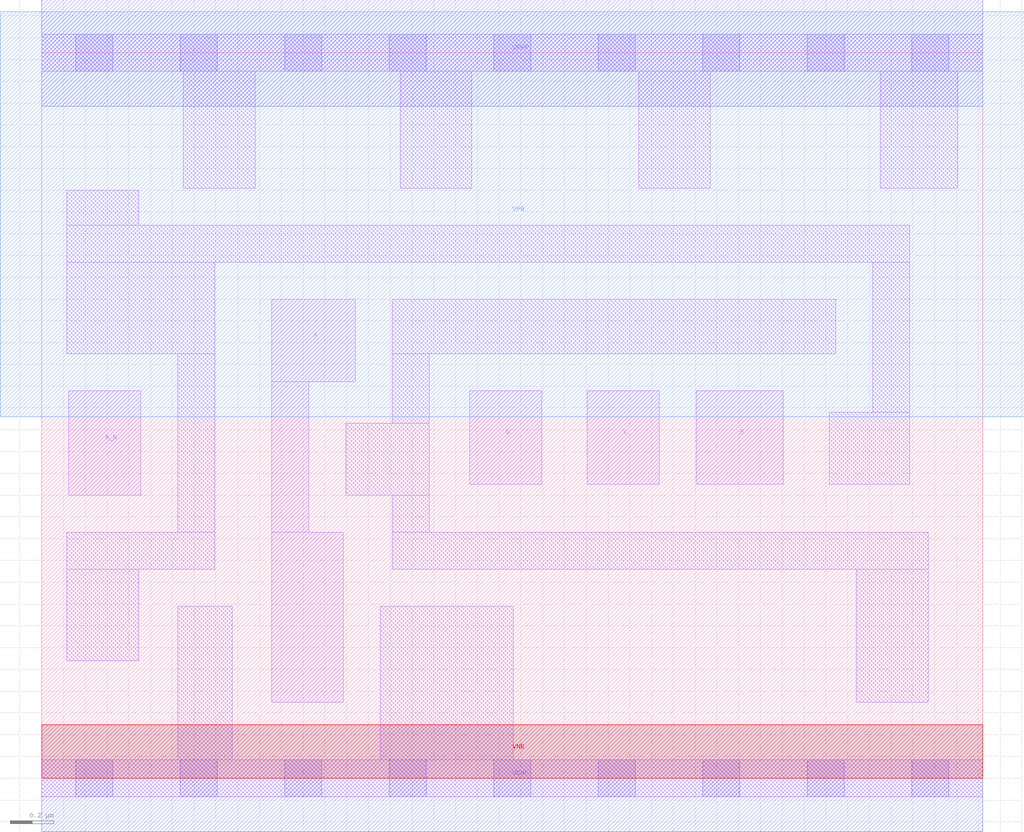
<source format=lef>
# Copyright 2020 The SkyWater PDK Authors
#
# Licensed under the Apache License, Version 2.0 (the "License");
# you may not use this file except in compliance with the License.
# You may obtain a copy of the License at
#
#     https://www.apache.org/licenses/LICENSE-2.0
#
# Unless required by applicable law or agreed to in writing, software
# distributed under the License is distributed on an "AS IS" BASIS,
# WITHOUT WARRANTIES OR CONDITIONS OF ANY KIND, either express or implied.
# See the License for the specific language governing permissions and
# limitations under the License.
#
# SPDX-License-Identifier: Apache-2.0

VERSION 5.7 ;
  NOWIREEXTENSIONATPIN ON ;
  DIVIDERCHAR "/" ;
  BUSBITCHARS "[]" ;
MACRO sky130_fd_sc_ms__and4b_2
  CLASS CORE ;
  FOREIGN sky130_fd_sc_ms__and4b_2 ;
  ORIGIN  0.000000  0.000000 ;
  SIZE  4.320000 BY  3.330000 ;
  SYMMETRY X Y ;
  SITE unit ;
  PIN A_N
    ANTENNAGATEAREA  0.233700 ;
    DIRECTION INPUT ;
    USE SIGNAL ;
    PORT
      LAYER li1 ;
        RECT 0.125000 1.300000 0.455000 1.780000 ;
    END
  END A_N
  PIN B
    ANTENNAGATEAREA  0.291000 ;
    DIRECTION INPUT ;
    USE SIGNAL ;
    PORT
      LAYER li1 ;
        RECT 3.005000 1.350000 3.405000 1.780000 ;
    END
  END B
  PIN C
    ANTENNAGATEAREA  0.291000 ;
    DIRECTION INPUT ;
    USE SIGNAL ;
    PORT
      LAYER li1 ;
        RECT 2.505000 1.350000 2.835000 1.780000 ;
    END
  END C
  PIN D
    ANTENNAGATEAREA  0.291000 ;
    DIRECTION INPUT ;
    USE SIGNAL ;
    PORT
      LAYER li1 ;
        RECT 1.965000 1.350000 2.295000 1.780000 ;
    END
  END D
  PIN X
    ANTENNADIFFAREA  0.509600 ;
    DIRECTION OUTPUT ;
    USE SIGNAL ;
    PORT
      LAYER li1 ;
        RECT 1.055000 0.350000 1.385000 1.130000 ;
        RECT 1.055000 1.130000 1.225000 1.820000 ;
        RECT 1.055000 1.820000 1.440000 2.200000 ;
    END
  END X
  PIN VGND
    DIRECTION INOUT ;
    USE GROUND ;
    PORT
      LAYER met1 ;
        RECT 0.000000 -0.245000 4.320000 0.245000 ;
    END
  END VGND
  PIN VNB
    DIRECTION INOUT ;
    USE GROUND ;
    PORT
      LAYER pwell ;
        RECT 0.000000 0.000000 4.320000 0.245000 ;
    END
  END VNB
  PIN VPB
    DIRECTION INOUT ;
    USE POWER ;
    PORT
      LAYER nwell ;
        RECT -0.190000 1.660000 4.510000 3.520000 ;
    END
  END VPB
  PIN VPWR
    DIRECTION INOUT ;
    USE POWER ;
    PORT
      LAYER met1 ;
        RECT 0.000000 3.085000 4.320000 3.575000 ;
    END
  END VPWR
  OBS
    LAYER li1 ;
      RECT 0.000000 -0.085000 4.320000 0.085000 ;
      RECT 0.000000  3.245000 4.320000 3.415000 ;
      RECT 0.115000  0.540000 0.445000 0.960000 ;
      RECT 0.115000  0.960000 0.795000 1.130000 ;
      RECT 0.115000  1.950000 0.795000 2.370000 ;
      RECT 0.115000  2.370000 3.985000 2.540000 ;
      RECT 0.115000  2.540000 0.445000 2.700000 ;
      RECT 0.625000  0.085000 0.875000 0.790000 ;
      RECT 0.625000  1.130000 0.795000 1.950000 ;
      RECT 0.650000  2.710000 0.980000 3.245000 ;
      RECT 1.395000  1.300000 1.780000 1.630000 ;
      RECT 1.555000  0.085000 2.165000 0.790000 ;
      RECT 1.610000  0.960000 4.070000 1.130000 ;
      RECT 1.610000  1.130000 1.780000 1.300000 ;
      RECT 1.610000  1.630000 1.780000 1.950000 ;
      RECT 1.610000  1.950000 3.645000 2.200000 ;
      RECT 1.645000  2.710000 1.975000 3.245000 ;
      RECT 2.740000  2.710000 3.070000 3.245000 ;
      RECT 3.615000  1.350000 3.985000 1.680000 ;
      RECT 3.740000  0.350000 4.070000 0.960000 ;
      RECT 3.815000  1.680000 3.985000 2.370000 ;
      RECT 3.850000  2.710000 4.205000 3.245000 ;
    LAYER mcon ;
      RECT 0.155000 -0.085000 0.325000 0.085000 ;
      RECT 0.155000  3.245000 0.325000 3.415000 ;
      RECT 0.635000 -0.085000 0.805000 0.085000 ;
      RECT 0.635000  3.245000 0.805000 3.415000 ;
      RECT 1.115000 -0.085000 1.285000 0.085000 ;
      RECT 1.115000  3.245000 1.285000 3.415000 ;
      RECT 1.595000 -0.085000 1.765000 0.085000 ;
      RECT 1.595000  3.245000 1.765000 3.415000 ;
      RECT 2.075000 -0.085000 2.245000 0.085000 ;
      RECT 2.075000  3.245000 2.245000 3.415000 ;
      RECT 2.555000 -0.085000 2.725000 0.085000 ;
      RECT 2.555000  3.245000 2.725000 3.415000 ;
      RECT 3.035000 -0.085000 3.205000 0.085000 ;
      RECT 3.035000  3.245000 3.205000 3.415000 ;
      RECT 3.515000 -0.085000 3.685000 0.085000 ;
      RECT 3.515000  3.245000 3.685000 3.415000 ;
      RECT 3.995000 -0.085000 4.165000 0.085000 ;
      RECT 3.995000  3.245000 4.165000 3.415000 ;
  END
END sky130_fd_sc_ms__and4b_2
END LIBRARY

</source>
